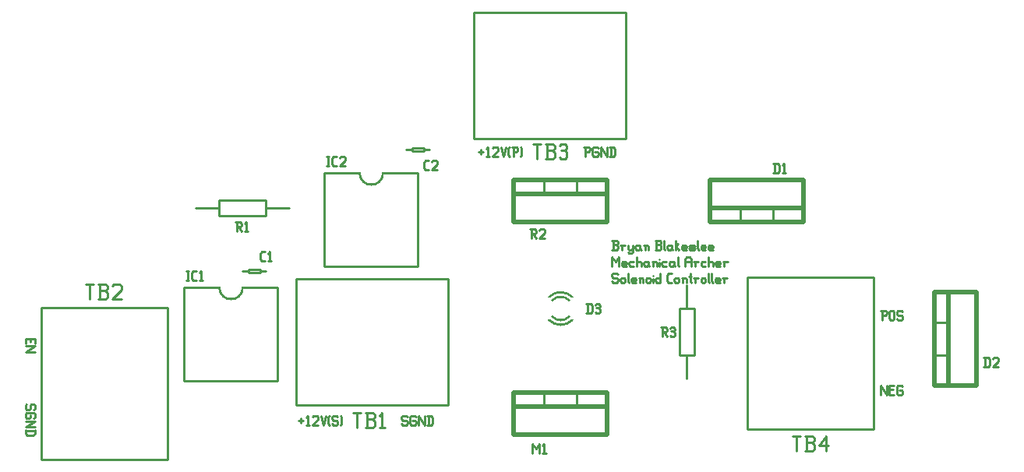
<source format=gbr>
G04 start of page 8 for group -4079 idx -4079 *
G04 Title: (unknown), topsilk *
G04 Creator: pcb 20110918 *
G04 CreationDate: Sun 23 Feb 2014 09:32:49 PM GMT UTC *
G04 For: tyrian *
G04 Format: Gerber/RS-274X *
G04 PCB-Dimensions: 800000 800000 *
G04 PCB-Coordinate-Origin: lower left *
%MOIN*%
%FSLAX25Y25*%
%LNTOPSILK*%
%ADD64C,0.0200*%
%ADD63C,0.0100*%
G54D63*X374000Y622060D02*X375960D01*
X374980Y623040D02*Y621080D01*
X377136Y623236D02*X377920Y624020D01*
Y620100D01*
X377136D02*X378606D01*
X379782Y623530D02*X380272Y624020D01*
X381742D01*
X382232Y623530D01*
Y622550D01*
X379782Y620100D02*X382232Y622550D01*
X379782Y620100D02*X382232D01*
X383408Y624020D02*X384388Y620100D01*
X385368Y624020D01*
X386544Y620590D02*X387034Y620100D01*
X386544Y623530D02*X387034Y624020D01*
X386544Y623530D02*Y620590D01*
X388700Y624020D02*Y620100D01*
X388210Y624020D02*X390170D01*
X390660Y623530D01*
Y622550D01*
X390170Y622060D02*X390660Y622550D01*
X388700Y622060D02*X390170D01*
X391836Y624020D02*X392326Y623530D01*
Y620590D01*
X391836Y620100D02*X392326Y620590D01*
X297000Y507060D02*X298960D01*
X297980Y508040D02*Y506080D01*
X300136Y508236D02*X300920Y509020D01*
Y505100D01*
X300136D02*X301606D01*
X302782Y508530D02*X303272Y509020D01*
X304742D01*
X305232Y508530D01*
Y507550D01*
X302782Y505100D02*X305232Y507550D01*
X302782Y505100D02*X305232D01*
X306408Y509020D02*X307388Y505100D01*
X308368Y509020D01*
X309544Y505590D02*X310034Y505100D01*
X309544Y508530D02*X310034Y509020D01*
X309544Y508530D02*Y505590D01*
X313170Y509020D02*X313660Y508530D01*
X311700Y509020D02*X313170D01*
X311210Y508530D02*X311700Y509020D01*
X311210Y508530D02*Y507550D01*
X311700Y507060D01*
X313170D01*
X313660Y506570D01*
Y505590D01*
X313170Y505100D02*X313660Y505590D01*
X311700Y505100D02*X313170D01*
X311210Y505590D02*X311700Y505100D01*
X314836Y509020D02*X315326Y508530D01*
Y505590D01*
X314836Y505100D02*X315326Y505590D01*
X342960Y509020D02*X343450Y508530D01*
X341490Y509020D02*X342960D01*
X341000Y508530D02*X341490Y509020D01*
X341000Y508530D02*Y507550D01*
X341490Y507060D01*
X342960D01*
X343450Y506570D01*
Y505590D01*
X342960Y505100D02*X343450Y505590D01*
X341490Y505100D02*X342960D01*
X341000Y505590D02*X341490Y505100D01*
X346586Y509020D02*X347076Y508530D01*
X345116Y509020D02*X346586D01*
X344626Y508530D02*X345116Y509020D01*
X344626Y508530D02*Y505590D01*
X345116Y505100D01*
X346586D01*
X347076Y505590D01*
Y506570D02*Y505590D01*
X346586Y507060D02*X347076Y506570D01*
X345606Y507060D02*X346586D01*
X348252Y509020D02*Y505100D01*
Y509020D02*X350702Y505100D01*
Y509020D02*Y505100D01*
X352368Y509020D02*Y505100D01*
X353642Y509020D02*X354328Y508334D01*
Y505786D01*
X353642Y505100D02*X354328Y505786D01*
X351878Y505100D02*X353642D01*
X351878Y509020D02*X353642D01*
X182256Y542000D02*Y540530D01*
X180100Y542000D02*Y540040D01*
Y542000D02*X184020D01*
Y540040D01*
X180100Y538864D02*X184020D01*
X180100Y536414D01*
X184020D01*
X546490Y554020D02*Y550100D01*
X546000Y554020D02*X547960D01*
X548450Y553530D01*
Y552550D01*
X547960Y552060D02*X548450Y552550D01*
X546490Y552060D02*X547960D01*
X549626Y553530D02*Y550590D01*
Y553530D02*X550116Y554020D01*
X551096D01*
X551586Y553530D01*
Y550590D01*
X551096Y550100D02*X551586Y550590D01*
X550116Y550100D02*X551096D01*
X549626Y550590D02*X550116Y550100D01*
X554722Y554020D02*X555212Y553530D01*
X553252Y554020D02*X554722D01*
X552762Y553530D02*X553252Y554020D01*
X552762Y553530D02*Y552550D01*
X553252Y552060D01*
X554722D01*
X555212Y551570D01*
Y550590D01*
X554722Y550100D02*X555212Y550590D01*
X553252Y550100D02*X554722D01*
X552762Y550590D02*X553252Y550100D01*
X546000Y522020D02*Y518100D01*
Y522020D02*X548450Y518100D01*
Y522020D02*Y518100D01*
X549626Y520256D02*X551096D01*
X549626Y518100D02*X551586D01*
X549626Y522020D02*Y518100D01*
Y522020D02*X551586D01*
X554722D02*X555212Y521530D01*
X553252Y522020D02*X554722D01*
X552762Y521530D02*X553252Y522020D01*
X552762Y521530D02*Y518590D01*
X553252Y518100D01*
X554722D01*
X555212Y518590D01*
Y519570D02*Y518590D01*
X554722Y520060D02*X555212Y519570D01*
X553742Y520060D02*X554722D01*
X419490Y624020D02*Y620100D01*
X419000Y624020D02*X420960D01*
X421450Y623530D01*
Y622550D01*
X420960Y622060D02*X421450Y622550D01*
X419490Y622060D02*X420960D01*
X424586Y624020D02*X425076Y623530D01*
X423116Y624020D02*X424586D01*
X422626Y623530D02*X423116Y624020D01*
X422626Y623530D02*Y620590D01*
X423116Y620100D01*
X424586D01*
X425076Y620590D01*
Y621570D02*Y620590D01*
X424586Y622060D02*X425076Y621570D01*
X423606Y622060D02*X424586D01*
X426252Y624020D02*Y620100D01*
Y624020D02*X428702Y620100D01*
Y624020D02*Y620100D01*
X430368Y624020D02*Y620100D01*
X431642Y624020D02*X432328Y623334D01*
Y620786D01*
X431642Y620100D02*X432328Y620786D01*
X429878Y620100D02*X431642D01*
X429878Y624020D02*X431642D01*
X431000Y580100D02*X432960D01*
X433450Y580590D01*
Y581766D02*Y580590D01*
X432960Y582256D02*X433450Y581766D01*
X431490Y582256D02*X432960D01*
X431490Y584020D02*Y580100D01*
X431000Y584020D02*X432960D01*
X433450Y583530D01*
Y582746D01*
X432960Y582256D02*X433450Y582746D01*
X435116Y581570D02*Y580100D01*
Y581570D02*X435606Y582060D01*
X436586D01*
X434626D02*X435116Y581570D01*
X437762Y582060D02*Y580590D01*
X438252Y580100D01*
X439722Y582060D02*Y579120D01*
X439232Y578630D02*X439722Y579120D01*
X438252Y578630D02*X439232D01*
X437762Y579120D02*X438252Y578630D01*
Y580100D02*X439232D01*
X439722Y580590D01*
X442368Y582060D02*X442858Y581570D01*
X441388Y582060D02*X442368D01*
X440898Y581570D02*X441388Y582060D01*
X440898Y581570D02*Y580590D01*
X441388Y580100D01*
X442858Y582060D02*Y580590D01*
X443348Y580100D01*
X441388D02*X442368D01*
X442858Y580590D01*
X445014Y581570D02*Y580100D01*
Y581570D02*X445504Y582060D01*
X445994D01*
X446484Y581570D01*
Y580100D01*
X444524Y582060D02*X445014Y581570D01*
X449424Y580100D02*X451384D01*
X451874Y580590D01*
Y581766D02*Y580590D01*
X451384Y582256D02*X451874Y581766D01*
X449914Y582256D02*X451384D01*
X449914Y584020D02*Y580100D01*
X449424Y584020D02*X451384D01*
X451874Y583530D01*
Y582746D01*
X451384Y582256D02*X451874Y582746D01*
X453050Y584020D02*Y580590D01*
X453540Y580100D01*
X455990Y582060D02*X456480Y581570D01*
X455010Y582060D02*X455990D01*
X454520Y581570D02*X455010Y582060D01*
X454520Y581570D02*Y580590D01*
X455010Y580100D01*
X456480Y582060D02*Y580590D01*
X456970Y580100D01*
X455010D02*X455990D01*
X456480Y580590D01*
X458146Y584020D02*Y580100D01*
Y581570D02*X459616Y580100D01*
X458146Y581570D02*X459126Y582550D01*
X461282Y580100D02*X462752D01*
X460792Y580590D02*X461282Y580100D01*
X460792Y581570D02*Y580590D01*
Y581570D02*X461282Y582060D01*
X462262D01*
X462752Y581570D01*
X460792Y581080D02*X462752D01*
Y581570D02*Y581080D01*
X464418Y580100D02*X465888D01*
X466378Y580590D01*
X465888Y581080D02*X466378Y580590D01*
X464418Y581080D02*X465888D01*
X463928Y581570D02*X464418Y581080D01*
X463928Y581570D02*X464418Y582060D01*
X465888D01*
X466378Y581570D01*
X463928Y580590D02*X464418Y580100D01*
X467554Y584020D02*Y580590D01*
X468044Y580100D01*
X469514D02*X470984D01*
X469024Y580590D02*X469514Y580100D01*
X469024Y581570D02*Y580590D01*
Y581570D02*X469514Y582060D01*
X470494D01*
X470984Y581570D01*
X469024Y581080D02*X470984D01*
Y581570D02*Y581080D01*
X472650Y580100D02*X474120D01*
X472160Y580590D02*X472650Y580100D01*
X472160Y581570D02*Y580590D01*
Y581570D02*X472650Y582060D01*
X473630D01*
X474120Y581570D01*
X472160Y581080D02*X474120D01*
Y581570D02*Y581080D01*
X431000Y577020D02*Y573100D01*
Y577020D02*X432470Y575060D01*
X433940Y577020D01*
Y573100D01*
X435606D02*X437076D01*
X435116Y573590D02*X435606Y573100D01*
X435116Y574570D02*Y573590D01*
Y574570D02*X435606Y575060D01*
X436586D01*
X437076Y574570D01*
X435116Y574080D02*X437076D01*
Y574570D02*Y574080D01*
X438742Y575060D02*X440212D01*
X438252Y574570D02*X438742Y575060D01*
X438252Y574570D02*Y573590D01*
X438742Y573100D01*
X440212D01*
X441388Y577020D02*Y573100D01*
Y574570D02*X441878Y575060D01*
X442858D01*
X443348Y574570D01*
Y573100D01*
X445994Y575060D02*X446484Y574570D01*
X445014Y575060D02*X445994D01*
X444524Y574570D02*X445014Y575060D01*
X444524Y574570D02*Y573590D01*
X445014Y573100D01*
X446484Y575060D02*Y573590D01*
X446974Y573100D01*
X445014D02*X445994D01*
X446484Y573590D01*
X448640Y574570D02*Y573100D01*
Y574570D02*X449130Y575060D01*
X449620D01*
X450110Y574570D01*
Y573100D01*
X448150Y575060D02*X448640Y574570D01*
X451286Y576040D02*Y575942D01*
Y574570D02*Y573100D01*
X452756Y575060D02*X454226D01*
X452266Y574570D02*X452756Y575060D01*
X452266Y574570D02*Y573590D01*
X452756Y573100D01*
X454226D01*
X456872Y575060D02*X457362Y574570D01*
X455892Y575060D02*X456872D01*
X455402Y574570D02*X455892Y575060D01*
X455402Y574570D02*Y573590D01*
X455892Y573100D01*
X457362Y575060D02*Y573590D01*
X457852Y573100D01*
X455892D02*X456872D01*
X457362Y573590D01*
X459028Y577020D02*Y573590D01*
X459518Y573100D01*
X462262Y576040D02*Y573100D01*
Y576040D02*X462948Y577020D01*
X464026D01*
X464712Y576040D01*
Y573100D01*
X462262Y575060D02*X464712D01*
X466378Y574570D02*Y573100D01*
Y574570D02*X466868Y575060D01*
X467848D01*
X465888D02*X466378Y574570D01*
X469514Y575060D02*X470984D01*
X469024Y574570D02*X469514Y575060D01*
X469024Y574570D02*Y573590D01*
X469514Y573100D01*
X470984D01*
X472160Y577020D02*Y573100D01*
Y574570D02*X472650Y575060D01*
X473630D01*
X474120Y574570D01*
Y573100D01*
X475786D02*X477256D01*
X475296Y573590D02*X475786Y573100D01*
X475296Y574570D02*Y573590D01*
Y574570D02*X475786Y575060D01*
X476766D01*
X477256Y574570D01*
X475296Y574080D02*X477256D01*
Y574570D02*Y574080D01*
X478922Y574570D02*Y573100D01*
Y574570D02*X479412Y575060D01*
X480392D01*
X478432D02*X478922Y574570D01*
X432960Y570020D02*X433450Y569530D01*
X431490Y570020D02*X432960D01*
X431000Y569530D02*X431490Y570020D01*
X431000Y569530D02*Y568550D01*
X431490Y568060D01*
X432960D01*
X433450Y567570D01*
Y566590D01*
X432960Y566100D02*X433450Y566590D01*
X431490Y566100D02*X432960D01*
X431000Y566590D02*X431490Y566100D01*
X434626Y567570D02*Y566590D01*
Y567570D02*X435116Y568060D01*
X436096D01*
X436586Y567570D01*
Y566590D01*
X436096Y566100D02*X436586Y566590D01*
X435116Y566100D02*X436096D01*
X434626Y566590D02*X435116Y566100D01*
X437762Y570020D02*Y566590D01*
X438252Y566100D01*
X439722D02*X441192D01*
X439232Y566590D02*X439722Y566100D01*
X439232Y567570D02*Y566590D01*
Y567570D02*X439722Y568060D01*
X440702D01*
X441192Y567570D01*
X439232Y567080D02*X441192D01*
Y567570D02*Y567080D01*
X442858Y567570D02*Y566100D01*
Y567570D02*X443348Y568060D01*
X443838D01*
X444328Y567570D01*
Y566100D01*
X442368Y568060D02*X442858Y567570D01*
X445504D02*Y566590D01*
Y567570D02*X445994Y568060D01*
X446974D01*
X447464Y567570D01*
Y566590D01*
X446974Y566100D02*X447464Y566590D01*
X445994Y566100D02*X446974D01*
X445504Y566590D02*X445994Y566100D01*
X448640Y569040D02*Y568942D01*
Y567570D02*Y566100D01*
X451580Y570020D02*Y566100D01*
X451090D02*X451580Y566590D01*
X450110Y566100D02*X451090D01*
X449620Y566590D02*X450110Y566100D01*
X449620Y567570D02*Y566590D01*
Y567570D02*X450110Y568060D01*
X451090D01*
X451580Y567570D01*
X455206Y566100D02*X456480D01*
X454520Y566786D02*X455206Y566100D01*
X454520Y569334D02*Y566786D01*
Y569334D02*X455206Y570020D01*
X456480D01*
X457656Y567570D02*Y566590D01*
Y567570D02*X458146Y568060D01*
X459126D01*
X459616Y567570D01*
Y566590D01*
X459126Y566100D02*X459616Y566590D01*
X458146Y566100D02*X459126D01*
X457656Y566590D02*X458146Y566100D01*
X461282Y567570D02*Y566100D01*
Y567570D02*X461772Y568060D01*
X462262D01*
X462752Y567570D01*
Y566100D01*
X460792Y568060D02*X461282Y567570D01*
X464418Y570020D02*Y566590D01*
X464908Y566100D01*
X463928Y568550D02*X464908D01*
X466378Y567570D02*Y566100D01*
Y567570D02*X466868Y568060D01*
X467848D01*
X465888D02*X466378Y567570D01*
X469024D02*Y566590D01*
Y567570D02*X469514Y568060D01*
X470494D01*
X470984Y567570D01*
Y566590D01*
X470494Y566100D02*X470984Y566590D01*
X469514Y566100D02*X470494D01*
X469024Y566590D02*X469514Y566100D01*
X472160Y570020D02*Y566590D01*
X472650Y566100D01*
X473630Y570020D02*Y566590D01*
X474120Y566100D01*
X475590D02*X477060D01*
X475100Y566590D02*X475590Y566100D01*
X475100Y567570D02*Y566590D01*
Y567570D02*X475590Y568060D01*
X476570D01*
X477060Y567570D01*
X475100Y567080D02*X477060D01*
Y567570D02*Y567080D01*
X478726Y567570D02*Y566100D01*
Y567570D02*X479216Y568060D01*
X480196D01*
X478236D02*X478726Y567570D01*
X184020Y512040D02*X183530Y511550D01*
X184020Y513510D02*Y512040D01*
X183530Y514000D02*X184020Y513510D01*
X182550Y514000D02*X183530D01*
X182550D02*X182060Y513510D01*
Y512040D01*
X181570Y511550D01*
X180590D02*X181570D01*
X180100Y512040D02*X180590Y511550D01*
X180100Y513510D02*Y512040D01*
X180590Y514000D02*X180100Y513510D01*
X184020Y508414D02*X183530Y507924D01*
X184020Y509884D02*Y508414D01*
X183530Y510374D02*X184020Y509884D01*
X180590Y510374D02*X183530D01*
X180590D02*X180100Y509884D01*
Y508414D01*
X180590Y507924D01*
X181570D01*
X182060Y508414D02*X181570Y507924D01*
X182060Y509394D02*Y508414D01*
X180100Y506748D02*X184020D01*
X180100Y504298D01*
X184020D01*
X180100Y502632D02*X184020D01*
Y501358D02*X183334Y500672D01*
X180786D02*X183334D01*
X180100Y501358D02*X180786Y500672D01*
X180100Y503122D02*Y501358D01*
X184020Y503122D02*Y501358D01*
X371717Y681772D02*Y627835D01*
X436677Y681772D02*Y627835D01*
X371717D02*X436677D01*
X371717Y681772D02*X436677D01*
X416000Y610000D02*Y604000D01*
X402000Y610000D02*Y604000D01*
G54D64*X389000D02*Y610000D01*
X429000Y604000D02*X389000D01*
X429000Y610000D02*Y604000D01*
X389000Y592000D02*Y610000D01*
X429000Y592000D02*X389000D01*
X429000Y610000D02*Y592000D01*
X389000Y610000D02*X429000D01*
G54D63*X295717Y567772D02*Y513835D01*
X360677Y567772D02*Y513835D01*
X295717D02*X360677D01*
X295717Y567772D02*X360677D01*
X186835Y555283D02*X240772D01*
X186835Y490323D02*X240772D01*
X186835Y555283D02*Y490323D01*
X240772Y555283D02*Y490323D01*
G54D64*X389000Y519000D02*X429000D01*
Y501000D01*
X389000D02*X429000D01*
X389000Y519000D02*Y501000D01*
Y519000D02*X429000D01*
Y513000D01*
X389000D02*X429000D01*
X389000Y519000D02*Y513000D01*
G54D63*X402000Y519000D02*Y513000D01*
X416000Y519000D02*Y513000D01*
X248000Y564000D02*Y524000D01*
X288000D01*
Y564000D01*
X248000D02*X263000D01*
X273000D02*X288000D01*
X263000D02*G75*G03X273000Y564000I5000J0D01*G01*
X253000Y598000D02*X263000D01*
X283000D02*X293000D01*
X263000Y601300D02*X283000D01*
Y594700D01*
X263000D01*
Y601300D01*
X350500Y623000D02*X353000D01*
X343000D02*X345500D01*
Y622200D02*X350500D01*
X345500Y623800D02*Y622200D01*
Y623800D02*X350500D01*
Y622200D01*
X280500Y571000D02*X283000D01*
X273000D02*X275500D01*
Y570200D02*X280500D01*
X275500Y571800D02*Y570200D01*
Y571800D02*X280500D01*
Y570200D01*
X412536Y558536D02*G75*G03X405464Y558536I-3536J-3536D01*G01*
X405464Y551464D02*G75*G03X412536Y551464I3536J3536D01*G01*
X413950Y559950D02*G75*G03X404050Y559950I-4950J-4950D01*G01*
X404050Y550050D02*G75*G03X413950Y550050I4950J4950D01*G01*
X308000Y613000D02*Y573000D01*
X348000D01*
Y613000D01*
X308000D02*X323000D01*
X333000D02*X348000D01*
X323000D02*G75*G03X333000Y613000I5000J0D01*G01*
G54D64*X473000Y592000D02*X513000D01*
X473000Y610000D02*Y592000D01*
Y610000D02*X513000D01*
Y592000D01*
X473000D02*X513000D01*
X473000Y598000D02*Y592000D01*
Y598000D02*X513000D01*
Y592000D01*
G54D63*X500000Y598000D02*Y592000D01*
X486000Y598000D02*Y592000D01*
G54D64*X569000Y562000D02*Y522000D01*
Y562000D02*X587000D01*
Y522000D01*
X569000D02*X587000D01*
X569000Y562000D02*Y522000D01*
Y562000D02*X575000D01*
Y522000D01*
X569000D02*X575000D01*
G54D63*X569000Y535000D02*X575000D01*
X569000Y549000D02*X575000D01*
X488835Y568283D02*X542772D01*
X488835Y503323D02*X542772D01*
X488835Y568283D02*Y503323D01*
X542772Y568283D02*Y503323D01*
X463000Y565000D02*Y555000D01*
Y535000D02*Y525000D01*
X466300Y555000D02*Y535000D01*
X459700D02*X466300D01*
X459700Y555000D02*Y535000D01*
Y555000D02*X466300D01*
X320307Y510439D02*X323507D01*
X321907D02*Y504039D01*
X325427D02*X328627D01*
X329427Y504839D01*
Y506759D02*Y504839D01*
X328627Y507559D02*X329427Y506759D01*
X326227Y507559D02*X328627D01*
X326227Y510439D02*Y504039D01*
X325427Y510439D02*X328627D01*
X329427Y509639D01*
Y508359D01*
X328627Y507559D02*X329427Y508359D01*
X331347Y509159D02*X332627Y510439D01*
Y504039D01*
X331347D02*X333747D01*
X206000Y565400D02*X209200D01*
X207600D02*Y559000D01*
X211120D02*X214320D01*
X215120Y559800D01*
Y561720D02*Y559800D01*
X214320Y562520D02*X215120Y561720D01*
X211920Y562520D02*X214320D01*
X211920Y565400D02*Y559000D01*
X211120Y565400D02*X214320D01*
X215120Y564600D01*
Y563320D01*
X214320Y562520D02*X215120Y563320D01*
X217040Y564600D02*X217840Y565400D01*
X220240D01*
X221040Y564600D01*
Y563000D01*
X217040Y559000D02*X221040Y563000D01*
X217040Y559000D02*X221040D01*
X249000Y571000D02*X250000D01*
X249500D02*Y567000D01*
X249000D02*X250000D01*
X251900D02*X253200D01*
X251200Y567700D02*X251900Y567000D01*
X251200Y570300D02*Y567700D01*
Y570300D02*X251900Y571000D01*
X253200D01*
X254400Y570200D02*X255200Y571000D01*
Y567000D01*
X254400D02*X255900D01*
X351200Y614200D02*X352500D01*
X350500Y614900D02*X351200Y614200D01*
X350500Y617500D02*Y614900D01*
Y617500D02*X351200Y618200D01*
X352500D01*
X353700Y617700D02*X354200Y618200D01*
X355700D01*
X356200Y617700D01*
Y616700D01*
X353700Y614200D02*X356200Y616700D01*
X353700Y614200D02*X356200D01*
X397307Y625439D02*X400507D01*
X398907D02*Y619039D01*
X402427D02*X405627D01*
X406427Y619839D01*
Y621759D02*Y619839D01*
X405627Y622559D02*X406427Y621759D01*
X403227Y622559D02*X405627D01*
X403227Y625439D02*Y619039D01*
X402427Y625439D02*X405627D01*
X406427Y624639D01*
Y623359D01*
X405627Y622559D02*X406427Y623359D01*
X408347Y624639D02*X409147Y625439D01*
X410747D01*
X411547Y624639D01*
X410747Y619039D02*X411547Y619839D01*
X409147Y619039D02*X410747D01*
X408347Y619839D02*X409147Y619039D01*
Y622559D02*X410747D01*
X411547Y624639D02*Y623359D01*
Y621759D02*Y619839D01*
Y621759D02*X410747Y622559D01*
X411547Y623359D02*X410747Y622559D01*
X396000Y589000D02*X398000D01*
X398500Y588500D01*
Y587500D01*
X398000Y587000D02*X398500Y587500D01*
X396500Y587000D02*X398000D01*
X396500Y589000D02*Y585000D01*
X397300Y587000D02*X398500Y585000D01*
X399700Y588500D02*X400200Y589000D01*
X401700D01*
X402200Y588500D01*
Y587500D01*
X399700Y585000D02*X402200Y587500D01*
X399700Y585000D02*X402200D01*
X281200Y575200D02*X282500D01*
X280500Y575900D02*X281200Y575200D01*
X280500Y578500D02*Y575900D01*
Y578500D02*X281200Y579200D01*
X282500D01*
X283700Y578400D02*X284500Y579200D01*
Y575200D01*
X283700D02*X285200D01*
X309000Y620000D02*X310000D01*
X309500D02*Y616000D01*
X309000D02*X310000D01*
X311900D02*X313200D01*
X311200Y616700D02*X311900Y616000D01*
X311200Y619300D02*Y616700D01*
Y619300D02*X311900Y620000D01*
X313200D01*
X314400Y619500D02*X314900Y620000D01*
X316400D01*
X316900Y619500D01*
Y618500D01*
X314400Y616000D02*X316900Y618500D01*
X314400Y616000D02*X316900D01*
X270000Y592000D02*X272000D01*
X272500Y591500D01*
Y590500D01*
X272000Y590000D02*X272500Y590500D01*
X270500Y590000D02*X272000D01*
X270500Y592000D02*Y588000D01*
X271300Y590000D02*X272500Y588000D01*
X273700Y591200D02*X274500Y592000D01*
Y588000D01*
X273700D02*X275200D01*
X590500Y534000D02*Y530000D01*
X591800Y534000D02*X592500Y533300D01*
Y530700D01*
X591800Y530000D02*X592500Y530700D01*
X590000Y530000D02*X591800D01*
X590000Y534000D02*X591800D01*
X593700Y533500D02*X594200Y534000D01*
X595700D01*
X596200Y533500D01*
Y532500D01*
X593700Y530000D02*X596200Y532500D01*
X593700Y530000D02*X596200D01*
X508307Y500439D02*X511507D01*
X509907D02*Y494039D01*
X513427D02*X516627D01*
X517427Y494839D01*
Y496759D02*Y494839D01*
X516627Y497559D02*X517427Y496759D01*
X514227Y497559D02*X516627D01*
X514227Y500439D02*Y494039D01*
X513427Y500439D02*X516627D01*
X517427Y499639D01*
Y498359D01*
X516627Y497559D02*X517427Y498359D01*
X519347Y496439D02*X522547Y500439D01*
X519347Y496439D02*X523347D01*
X522547Y500439D02*Y494039D01*
X500500Y617000D02*Y613000D01*
X501800Y617000D02*X502500Y616300D01*
Y613700D01*
X501800Y613000D02*X502500Y613700D01*
X500000Y613000D02*X501800D01*
X500000Y617000D02*X501800D01*
X503700Y616200D02*X504500Y617000D01*
Y613000D01*
X503700D02*X505200D01*
X420500Y557000D02*Y553000D01*
X421800Y557000D02*X422500Y556300D01*
Y553700D01*
X421800Y553000D02*X422500Y553700D01*
X420000Y553000D02*X421800D01*
X420000Y557000D02*X421800D01*
X423700Y556500D02*X424200Y557000D01*
X425200D01*
X425700Y556500D01*
X425200Y553000D02*X425700Y553500D01*
X424200Y553000D02*X425200D01*
X423700Y553500D02*X424200Y553000D01*
Y555200D02*X425200D01*
X425700Y556500D02*Y555700D01*
Y554700D02*Y553500D01*
Y554700D02*X425200Y555200D01*
X425700Y555700D02*X425200Y555200D01*
X452000Y547000D02*X454000D01*
X454500Y546500D01*
Y545500D01*
X454000Y545000D02*X454500Y545500D01*
X452500Y545000D02*X454000D01*
X452500Y547000D02*Y543000D01*
X453300Y545000D02*X454500Y543000D01*
X455700Y546500D02*X456200Y547000D01*
X457200D01*
X457700Y546500D01*
X457200Y543000D02*X457700Y543500D01*
X456200Y543000D02*X457200D01*
X455700Y543500D02*X456200Y543000D01*
Y545200D02*X457200D01*
X457700Y546500D02*Y545700D01*
Y544700D02*Y543500D01*
Y544700D02*X457200Y545200D01*
X457700Y545700D02*X457200Y545200D01*
X397000Y497000D02*Y493000D01*
Y497000D02*X398500Y495000D01*
X400000Y497000D01*
Y493000D01*
X401200Y496200D02*X402000Y497000D01*
Y493000D01*
X401200D02*X402700D01*
M02*

</source>
